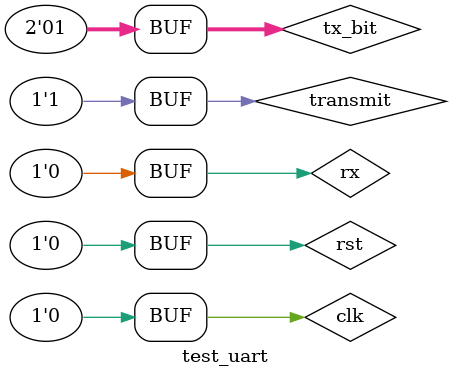
<source format=v>
`timescale 1ns / 1ps


module test_uart;

	// Inputs
	reg clk;
	reg rst;
	reg rx;
	reg transmit;
	reg [1:0] tx_bit;

	// Outputs
	wire tx;
	wire received;
	wire [63:0] rx_byte;
	wire is_receiving;
	wire is_transmitting;
	wire recv_error;
	wire [3:0] rx_samples;
	wire [3:0] rx_sample_countdown;

	// Instantiate the Unit Under Test (UUT)
	uart uut (
		.clk(clk), 
		.rst(rst), 
		.rx(rx), 
		.tx(tx), 
		.transmit(transmit), 
		.tx_bit(tx_bit), 
		.received(received), 
		.rx_byte(rx_byte), 
		.is_receiving(is_receiving), 
		.is_transmitting(is_transmitting), 
		.recv_error(recv_error), 
		.rx_samples(rx_samples), 
		.rx_sample_countdown(rx_sample_countdown)
	);

	initial begin
		// Initialize Inputs
		clk = 0;
		rst = 0;
		rx = 0;
		transmit = 0;
		tx_bit = 0;

		// Wait 100 ns for global reset to finish
		#100;
        
		// Add stimulus here
		tx_bit = 1;
		transmit = 1;
		rx = 0;

	end
      
endmodule


</source>
